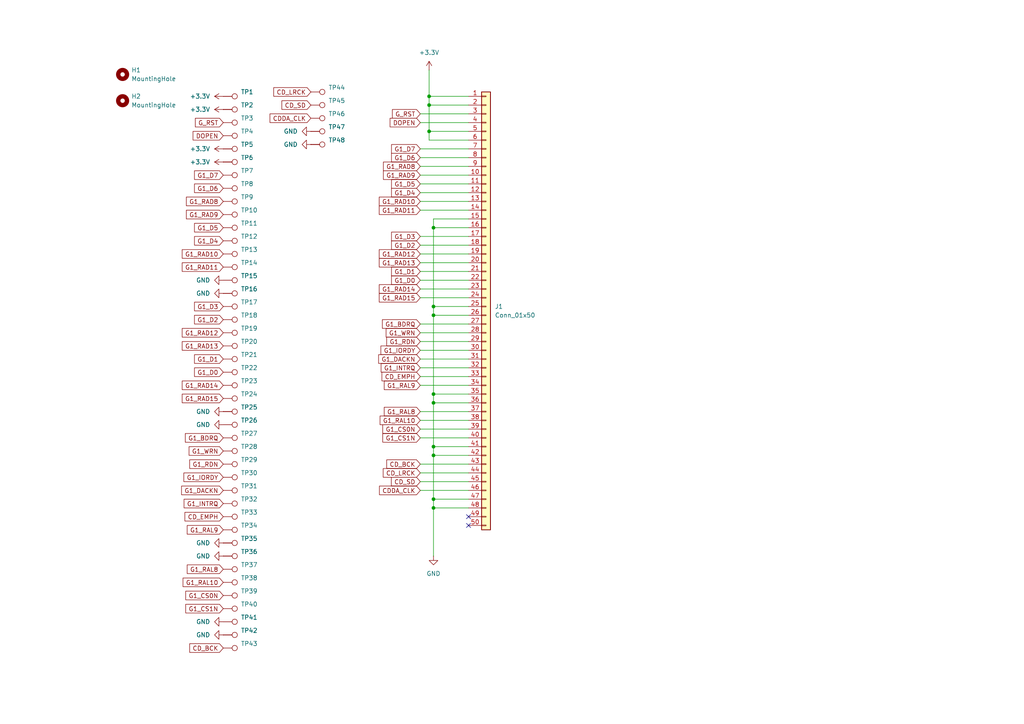
<source format=kicad_sch>
(kicad_sch (version 20231120) (generator "eeschema") (generator_version "8.0")
  (paper "A4")
  (lib_symbols
    (symbol "Connector:TestPoint" (pin_numbers hide) (pin_names (offset 0.762) hide)
      (property "Reference" "TP" (at 0 6.858 0))
      (property "Value" "TestPoint" (at 0 5.08 0))
      (symbol "TestPoint_0_1"
        (circle (center 0 3.302) (radius 0.762))
      )
      (symbol "TestPoint_1_1"
        (pin passive line (at 0 0 90) (length 2.54) (name "1") (number "1"))
      )
    )
    (symbol "Connector_Generic:Conn_01x50" (pin_names (offset 1.016) hide)
      (property "Reference" "J" (at 0 63.5 0))
      (property "Value" "Conn_01x50" (at 0 -66.04 0))
      (symbol "Conn_01x50_1_1"
        (rectangle (start -1.27 -63.373) (end 0 -63.627) (stroke (width 0.1524)))
        (rectangle (start -1.27 -60.833) (end 0 -61.087) (stroke (width 0.1524)))
        (rectangle (start -1.27 -58.293) (end 0 -58.547) (stroke (width 0.1524)))
        (rectangle (start -1.27 -55.753) (end 0 -56.007) (stroke (width 0.1524)))
        (rectangle (start -1.27 -53.213) (end 0 -53.467) (stroke (width 0.1524)))
        (rectangle (start -1.27 -50.673) (end 0 -50.927) (stroke (width 0.1524)))
        (rectangle (start -1.27 -48.133) (end 0 -48.387) (stroke (width 0.1524)))
        (rectangle (start -1.27 -45.593) (end 0 -45.847) (stroke (width 0.1524)))
        (rectangle (start -1.27 -43.053) (end 0 -43.307) (stroke (width 0.1524)))
        (rectangle (start -1.27 -40.513) (end 0 -40.767) (stroke (width 0.1524)))
        (rectangle (start -1.27 -37.973) (end 0 -38.227) (stroke (width 0.1524)))
        (rectangle (start -1.27 -35.433) (end 0 -35.687) (stroke (width 0.1524)))
        (rectangle (start -1.27 -32.893) (end 0 -33.147) (stroke (width 0.1524)))
        (rectangle (start -1.27 -30.353) (end 0 -30.607) (stroke (width 0.1524)))
        (rectangle (start -1.27 -27.813) (end 0 -28.067) (stroke (width 0.1524)))
        (rectangle (start -1.27 -25.273) (end 0 -25.527) (stroke (width 0.1524)))
        (rectangle (start -1.27 -22.733) (end 0 -22.987) (stroke (width 0.1524)))
        (rectangle (start -1.27 -20.193) (end 0 -20.447) (stroke (width 0.1524)))
        (rectangle (start -1.27 -17.653) (end 0 -17.907) (stroke (width 0.1524)))
        (rectangle (start -1.27 -15.113) (end 0 -15.367) (stroke (width 0.1524)))
        (rectangle (start -1.27 -12.573) (end 0 -12.827) (stroke (width 0.1524)))
        (rectangle (start -1.27 -10.033) (end 0 -10.287) (stroke (width 0.1524)))
        (rectangle (start -1.27 -7.493) (end 0 -7.747) (stroke (width 0.1524)))
        (rectangle (start -1.27 -4.953) (end 0 -5.207) (stroke (width 0.1524)))
        (rectangle (start -1.27 -2.413) (end 0 -2.667) (stroke (width 0.1524)))
        (rectangle (start -1.27 0.127) (end 0 -0.127) (stroke (width 0.1524)))
        (rectangle (start -1.27 2.667) (end 0 2.413) (stroke (width 0.1524)))
        (rectangle (start -1.27 5.207) (end 0 4.953) (stroke (width 0.1524)))
        (rectangle (start -1.27 7.747) (end 0 7.493) (stroke (width 0.1524)))
        (rectangle (start -1.27 10.287) (end 0 10.033) (stroke (width 0.1524)))
        (rectangle (start -1.27 12.827) (end 0 12.573) (stroke (width 0.1524)))
        (rectangle (start -1.27 15.367) (end 0 15.113) (stroke (width 0.1524)))
        (rectangle (start -1.27 17.907) (end 0 17.653) (stroke (width 0.1524)))
        (rectangle (start -1.27 20.447) (end 0 20.193) (stroke (width 0.1524)))
        (rectangle (start -1.27 22.987) (end 0 22.733) (stroke (width 0.1524)))
        (rectangle (start -1.27 25.527) (end 0 25.273) (stroke (width 0.1524)))
        (rectangle (start -1.27 28.067) (end 0 27.813) (stroke (width 0.1524)))
        (rectangle (start -1.27 30.607) (end 0 30.353) (stroke (width 0.1524)))
        (rectangle (start -1.27 33.147) (end 0 32.893) (stroke (width 0.1524)))
        (rectangle (start -1.27 35.687) (end 0 35.433) (stroke (width 0.1524)))
        (rectangle (start -1.27 38.227) (end 0 37.973) (stroke (width 0.1524)))
        (rectangle (start -1.27 40.767) (end 0 40.513) (stroke (width 0.1524)))
        (rectangle (start -1.27 43.307) (end 0 43.053) (stroke (width 0.1524)))
        (rectangle (start -1.27 45.847) (end 0 45.593) (stroke (width 0.1524)))
        (rectangle (start -1.27 48.387) (end 0 48.133) (stroke (width 0.1524)))
        (rectangle (start -1.27 50.927) (end 0 50.673) (stroke (width 0.1524)))
        (rectangle (start -1.27 53.467) (end 0 53.213) (stroke (width 0.1524)))
        (rectangle (start -1.27 56.007) (end 0 55.753) (stroke (width 0.1524)))
        (rectangle (start -1.27 58.547) (end 0 58.293) (stroke (width 0.1524)))
        (rectangle (start -1.27 61.087) (end 0 60.833) (stroke (width 0.1524)))
        (rectangle (start -1.27 62.23) (end 1.27 -64.77) (stroke (width 0.254)) (fill (type background)))
        (pin passive line (at -5.08 60.96 0) (length 3.81) (name "Pin_1") (number "1"))
        (pin passive line (at -5.08 38.1 0) (length 3.81) (name "Pin_10") (number "10"))
        (pin passive line (at -5.08 35.56 0) (length 3.81) (name "Pin_11") (number "11"))
        (pin passive line (at -5.08 33.02 0) (length 3.81) (name "Pin_12") (number "12"))
        (pin passive line (at -5.08 30.48 0) (length 3.81) (name "Pin_13") (number "13"))
        (pin passive line (at -5.08 27.94 0) (length 3.81) (name "Pin_14") (number "14"))
        (pin passive line (at -5.08 25.4 0) (length 3.81) (name "Pin_15") (number "15"))
        (pin passive line (at -5.08 22.86 0) (length 3.81) (name "Pin_16") (number "16"))
        (pin passive line (at -5.08 20.32 0) (length 3.81) (name "Pin_17") (number "17"))
        (pin passive line (at -5.08 17.78 0) (length 3.81) (name "Pin_18") (number "18"))
        (pin passive line (at -5.08 15.24 0) (length 3.81) (name "Pin_19") (number "19"))
        (pin passive line (at -5.08 58.42 0) (length 3.81) (name "Pin_2") (number "2"))
        (pin passive line (at -5.08 12.7 0) (length 3.81) (name "Pin_20") (number "20"))
        (pin passive line (at -5.08 10.16 0) (length 3.81) (name "Pin_21") (number "21"))
        (pin passive line (at -5.08 7.62 0) (length 3.81) (name "Pin_22") (number "22"))
        (pin passive line (at -5.08 5.08 0) (length 3.81) (name "Pin_23") (number "23"))
        (pin passive line (at -5.08 2.54 0) (length 3.81) (name "Pin_24") (number "24"))
        (pin passive line (at -5.08 0 0) (length 3.81) (name "Pin_25") (number "25"))
        (pin passive line (at -5.08 -2.54 0) (length 3.81) (name "Pin_26") (number "26"))
        (pin passive line (at -5.08 -5.08 0) (length 3.81) (name "Pin_27") (number "27"))
        (pin passive line (at -5.08 -7.62 0) (length 3.81) (name "Pin_28") (number "28"))
        (pin passive line (at -5.08 -10.16 0) (length 3.81) (name "Pin_29") (number "29"))
        (pin passive line (at -5.08 55.88 0) (length 3.81) (name "Pin_3") (number "3"))
        (pin passive line (at -5.08 -12.7 0) (length 3.81) (name "Pin_30") (number "30"))
        (pin passive line (at -5.08 -15.24 0) (length 3.81) (name "Pin_31") (number "31"))
        (pin passive line (at -5.08 -17.78 0) (length 3.81) (name "Pin_32") (number "32"))
        (pin passive line (at -5.08 -20.32 0) (length 3.81) (name "Pin_33") (number "33"))
        (pin passive line (at -5.08 -22.86 0) (length 3.81) (name "Pin_34") (number "34"))
        (pin passive line (at -5.08 -25.4 0) (length 3.81) (name "Pin_35") (number "35"))
        (pin passive line (at -5.08 -27.94 0) (length 3.81) (name "Pin_36") (number "36"))
        (pin passive line (at -5.08 -30.48 0) (length 3.81) (name "Pin_37") (number "37"))
        (pin passive line (at -5.08 -33.02 0) (length 3.81) (name "Pin_38") (number "38"))
        (pin passive line (at -5.08 -35.56 0) (length 3.81) (name "Pin_39") (number "39"))
        (pin passive line (at -5.08 53.34 0) (length 3.81) (name "Pin_4") (number "4"))
        (pin passive line (at -5.08 -38.1 0) (length 3.81) (name "Pin_40") (number "40"))
        (pin passive line (at -5.08 -40.64 0) (length 3.81) (name "Pin_41") (number "41"))
        (pin passive line (at -5.08 -43.18 0) (length 3.81) (name "Pin_42") (number "42"))
        (pin passive line (at -5.08 -45.72 0) (length 3.81) (name "Pin_43") (number "43"))
        (pin passive line (at -5.08 -48.26 0) (length 3.81) (name "Pin_44") (number "44"))
        (pin passive line (at -5.08 -50.8 0) (length 3.81) (name "Pin_45") (number "45"))
        (pin passive line (at -5.08 -53.34 0) (length 3.81) (name "Pin_46") (number "46"))
        (pin passive line (at -5.08 -55.88 0) (length 3.81) (name "Pin_47") (number "47"))
        (pin passive line (at -5.08 -58.42 0) (length 3.81) (name "Pin_48") (number "48"))
        (pin passive line (at -5.08 -60.96 0) (length 3.81) (name "Pin_49") (number "49"))
        (pin passive line (at -5.08 50.8 0) (length 3.81) (name "Pin_5") (number "5"))
        (pin passive line (at -5.08 -63.5 0) (length 3.81) (name "Pin_50") (number "50"))
        (pin passive line (at -5.08 48.26 0) (length 3.81) (name "Pin_6") (number "6"))
        (pin passive line (at -5.08 45.72 0) (length 3.81) (name "Pin_7") (number "7"))
        (pin passive line (at -5.08 43.18 0) (length 3.81) (name "Pin_8") (number "8"))
        (pin passive line (at -5.08 40.64 0) (length 3.81) (name "Pin_9") (number "9"))
      )
    )
    (symbol "Mechanical:MountingHole" (pin_names (offset 1.016)) (exclude_from_sim yes) (in_bom no)
      (property "Reference" "H" (at 0 5.08 0))
      (property "Value" "MountingHole" (at 0 3.175 0))
      (symbol "MountingHole_0_1"
        (circle (center 0 0) (radius 1.27) (stroke (width 1.27)))
      )
    )
    (symbol "power:+3.3V" (power) (pin_numbers hide) (pin_names (offset 0) hide)
      (property "Value" "+3.3V" (at 0 3.556 0))
      (symbol "+3.3V_0_1"
        (polyline (pts (xy -0.762 1.27) (xy 0 2.54)))
        (polyline (pts (xy 0 0) (xy 0 2.54)))
        (polyline (pts (xy 0 2.54) (xy 0.762 1.27)))
      )
      (symbol "+3.3V_1_1"
        (pin power_in line (at 0 0 90) (length 0) (name "~") (number "1"))
      )
    )
    (symbol "power:GND" (power) (pin_numbers hide) (pin_names (offset 0) hide)
      (property "Value" "GND" (at 0 -3.81 0))
      (symbol "GND_0_1"
        (polyline (pts (xy 0 0) (xy 0 -1.27) (xy 1.27 -1.27) (xy 0 -2.54) (xy -1.27 -1.27) (xy 0 -1.27)))
      )
      (symbol "GND_1_1"
        (pin power_in line (at 0 0 270) (length 0) (name "~") (number "1"))
      )
    )
  )
  (junction (at 125.73 116.84))
  (junction (at 124.46 38.1))
  (junction (at 124.46 30.48))
  (junction (at 125.73 147.32))
  (junction (at 124.46 27.94))
  (junction (at 125.73 88.9))
  (junction (at 125.73 132.08))
  (junction (at 125.73 114.3))
  (junction (at 125.73 91.44))
  (junction (at 125.73 144.78))
  (junction (at 125.73 66.04))
  (junction (at 125.73 129.54))
  (no_connect (at 135.89 149.86))
  (no_connect (at 135.89 152.4))
  (wire (pts (xy 121.92 101.6) (xy 135.89 101.6)))
  (wire (pts (xy 125.73 116.84) (xy 135.89 116.84)))
  (wire (pts (xy 121.92 99.06) (xy 135.89 99.06)))
  (wire (pts (xy 121.92 142.24) (xy 135.89 142.24)))
  (wire (pts (xy 121.92 33.02) (xy 135.89 33.02)))
  (wire (pts (xy 125.73 144.78) (xy 135.89 144.78)))
  (wire (pts (xy 135.89 40.64) (xy 124.46 40.64)))
  (wire (pts (xy 121.92 45.72) (xy 135.89 45.72)))
  (wire (pts (xy 135.89 27.94) (xy 124.46 27.94)))
  (wire (pts (xy 121.92 50.8) (xy 135.89 50.8)))
  (wire (pts (xy 121.92 86.36) (xy 135.89 86.36)))
  (wire (pts (xy 125.73 88.9) (xy 125.73 91.44)))
  (wire (pts (xy 125.73 144.78) (xy 125.73 147.32)))
  (wire (pts (xy 121.92 71.12) (xy 135.89 71.12)))
  (wire (pts (xy 121.92 106.68) (xy 135.89 106.68)))
  (wire (pts (xy 121.92 124.46) (xy 135.89 124.46)))
  (wire (pts (xy 121.92 81.28) (xy 135.89 81.28)))
  (wire (pts (xy 124.46 38.1) (xy 124.46 40.64)))
  (wire (pts (xy 125.73 66.04) (xy 125.73 88.9)))
  (wire (pts (xy 125.73 116.84) (xy 125.73 129.54)))
  (wire (pts (xy 121.92 96.52) (xy 135.89 96.52)))
  (wire (pts (xy 121.92 43.18) (xy 135.89 43.18)))
  (wire (pts (xy 121.92 58.42) (xy 135.89 58.42)))
  (wire (pts (xy 121.92 127) (xy 135.89 127)))
  (wire (pts (xy 121.92 73.66) (xy 135.89 73.66)))
  (wire (pts (xy 121.92 93.98) (xy 135.89 93.98)))
  (wire (pts (xy 125.73 129.54) (xy 125.73 132.08)))
  (wire (pts (xy 121.92 119.38) (xy 135.89 119.38)))
  (wire (pts (xy 125.73 132.08) (xy 125.73 144.78)))
  (wire (pts (xy 125.73 147.32) (xy 125.73 161.29)))
  (wire (pts (xy 125.73 114.3) (xy 135.89 114.3)))
  (wire (pts (xy 135.89 38.1) (xy 124.46 38.1)))
  (wire (pts (xy 125.73 132.08) (xy 135.89 132.08)))
  (wire (pts (xy 121.92 48.26) (xy 135.89 48.26)))
  (wire (pts (xy 135.89 63.5) (xy 125.73 63.5)))
  (wire (pts (xy 121.92 35.56) (xy 135.89 35.56)))
  (wire (pts (xy 135.89 30.48) (xy 124.46 30.48)))
  (wire (pts (xy 121.92 134.62) (xy 135.89 134.62)))
  (wire (pts (xy 121.92 76.2) (xy 135.89 76.2)))
  (wire (pts (xy 121.92 60.96) (xy 135.89 60.96)))
  (wire (pts (xy 121.92 68.58) (xy 135.89 68.58)))
  (wire (pts (xy 125.73 91.44) (xy 135.89 91.44)))
  (wire (pts (xy 121.92 53.34) (xy 135.89 53.34)))
  (wire (pts (xy 121.92 139.7) (xy 135.89 139.7)))
  (wire (pts (xy 121.92 109.22) (xy 135.89 109.22)))
  (wire (pts (xy 125.73 91.44) (xy 125.73 114.3)))
  (wire (pts (xy 121.92 78.74) (xy 135.89 78.74)))
  (wire (pts (xy 121.92 111.76) (xy 135.89 111.76)))
  (wire (pts (xy 124.46 27.94) (xy 124.46 30.48)))
  (wire (pts (xy 125.73 66.04) (xy 135.89 66.04)))
  (wire (pts (xy 121.92 83.82) (xy 135.89 83.82)))
  (wire (pts (xy 121.92 55.88) (xy 135.89 55.88)))
  (wire (pts (xy 125.73 88.9) (xy 135.89 88.9)))
  (wire (pts (xy 121.92 104.14) (xy 135.89 104.14)))
  (wire (pts (xy 125.73 63.5) (xy 125.73 66.04)))
  (wire (pts (xy 125.73 114.3) (xy 125.73 116.84)))
  (wire (pts (xy 121.92 121.92) (xy 135.89 121.92)))
  (wire (pts (xy 125.73 129.54) (xy 135.89 129.54)))
  (wire (pts (xy 124.46 30.48) (xy 124.46 38.1)))
  (wire (pts (xy 125.73 147.32) (xy 135.89 147.32)))
  (wire (pts (xy 124.46 20.32) (xy 124.46 27.94)))
  (wire (pts (xy 121.92 137.16) (xy 135.89 137.16)))
  (global_label "CD_SD" (shape input) (at 90.17 30.48 180) (property "Intersheetrefs" "${INTERSHEET_REFS}" (effects (hide yes))))
  (global_label "G1_D0" (shape input) (at 64.77 107.95 180) (property "Intersheetrefs" "${INTERSHEET_REFS}" (effects (hide yes))))
  (global_label "G1_INTRQ" (shape input) (at 64.77 146.05 180) (property "Intersheetrefs" "${INTERSHEET_REFS}" (effects (hide yes))))
  (global_label "G1_IORDY" (shape input) (at 64.77 138.43 180) (property "Intersheetrefs" "${INTERSHEET_REFS}" (effects (hide yes))))
  (global_label "G1_D2" (shape input) (at 121.92 71.12 180) (property "Intersheetrefs" "${INTERSHEET_REFS}" (effects (hide yes))))
  (global_label "G1_RAD10" (shape input) (at 121.92 58.42 180) (property "Intersheetrefs" "${INTERSHEET_REFS}" (effects (hide yes))))
  (global_label "G1_RAD10" (shape input) (at 64.77 73.66 180) (property "Intersheetrefs" "${INTERSHEET_REFS}" (effects (hide yes))))
  (global_label "G1_RAL8" (shape input) (at 64.77 165.1 180) (property "Intersheetrefs" "${INTERSHEET_REFS}" (effects (hide yes))))
  (global_label "CD_EMPH" (shape input) (at 121.92 109.22 180) (property "Intersheetrefs" "${INTERSHEET_REFS}" (effects (hide yes))))
  (global_label "CDDA_CLK" (shape input) (at 90.17 34.29 180) (property "Intersheetrefs" "${INTERSHEET_REFS}" (effects (hide yes))))
  (global_label "CD_LRCK" (shape input) (at 90.17 26.67 180) (property "Intersheetrefs" "${INTERSHEET_REFS}" (effects (hide yes))))
  (global_label "G1_RAD13" (shape input) (at 64.77 100.33 180) (property "Intersheetrefs" "${INTERSHEET_REFS}" (effects (hide yes))))
  (global_label "G1_RAD9" (shape input) (at 121.92 50.8 180) (property "Intersheetrefs" "${INTERSHEET_REFS}" (effects (hide yes))))
  (global_label "G1_RAD12" (shape input) (at 64.77 96.52 180) (property "Intersheetrefs" "${INTERSHEET_REFS}" (effects (hide yes))))
  (global_label "G1_RAD11" (shape input) (at 64.77 77.47 180) (property "Intersheetrefs" "${INTERSHEET_REFS}" (effects (hide yes))))
  (global_label "G1_WRN" (shape input) (at 64.77 130.81 180) (property "Intersheetrefs" "${INTERSHEET_REFS}" (effects (hide yes))))
  (global_label "G1_RAL8" (shape input) (at 121.92 119.38 180) (property "Intersheetrefs" "${INTERSHEET_REFS}" (effects (hide yes))))
  (global_label "G_RST" (shape input) (at 64.77 35.56 180) (property "Intersheetrefs" "${INTERSHEET_REFS}" (effects (hide yes))))
  (global_label "G1_D3" (shape input) (at 121.92 68.58 180) (property "Intersheetrefs" "${INTERSHEET_REFS}" (effects (hide yes))))
  (global_label "CD_BCK" (shape input) (at 121.92 134.62 180) (property "Intersheetrefs" "${INTERSHEET_REFS}" (effects (hide yes))))
  (global_label "G1_RAL10" (shape input) (at 121.92 121.92 180) (property "Intersheetrefs" "${INTERSHEET_REFS}" (effects (hide yes))))
  (global_label "G1_D4" (shape input) (at 64.77 69.85 180) (property "Intersheetrefs" "${INTERSHEET_REFS}" (effects (hide yes))))
  (global_label "G1_RDN" (shape input) (at 64.77 134.62 180) (property "Intersheetrefs" "${INTERSHEET_REFS}" (effects (hide yes))))
  (global_label "G1_RAD12" (shape input) (at 121.92 73.66 180) (property "Intersheetrefs" "${INTERSHEET_REFS}" (effects (hide yes))))
  (global_label "G1_RAL10" (shape input) (at 64.77 168.91 180) (property "Intersheetrefs" "${INTERSHEET_REFS}" (effects (hide yes))))
  (global_label "G1_RAD8" (shape input) (at 64.77 58.42 180) (property "Intersheetrefs" "${INTERSHEET_REFS}" (effects (hide yes))))
  (global_label "G1_D1" (shape input) (at 64.77 104.14 180) (property "Intersheetrefs" "${INTERSHEET_REFS}" (effects (hide yes))))
  (global_label "G1_INTRQ" (shape input) (at 121.92 106.68 180) (property "Intersheetrefs" "${INTERSHEET_REFS}" (effects (hide yes))))
  (global_label "G1_CS0N" (shape input) (at 121.92 124.46 180) (property "Intersheetrefs" "${INTERSHEET_REFS}" (effects (hide yes))))
  (global_label "G1_WRN" (shape input) (at 121.92 96.52 180) (property "Intersheetrefs" "${INTERSHEET_REFS}" (effects (hide yes))))
  (global_label "G1_D6" (shape input) (at 121.92 45.72 180) (property "Intersheetrefs" "${INTERSHEET_REFS}" (effects (hide yes))))
  (global_label "G1_D1" (shape input) (at 121.92 78.74 180) (property "Intersheetrefs" "${INTERSHEET_REFS}" (effects (hide yes))))
  (global_label "G1_RAD14" (shape input) (at 121.92 83.82 180) (property "Intersheetrefs" "${INTERSHEET_REFS}" (effects (hide yes))))
  (global_label "G1_BDRQ" (shape input) (at 121.92 93.98 180) (property "Intersheetrefs" "${INTERSHEET_REFS}" (effects (hide yes))))
  (global_label "DOPEN" (shape input) (at 121.92 35.56 180) (property "Intersheetrefs" "${INTERSHEET_REFS}" (effects (hide yes))))
  (global_label "G1_D3" (shape input) (at 64.77 88.9 180) (property "Intersheetrefs" "${INTERSHEET_REFS}" (effects (hide yes))))
  (global_label "G1_D7" (shape input) (at 64.77 50.8 180) (property "Intersheetrefs" "${INTERSHEET_REFS}" (effects (hide yes))))
  (global_label "G1_CS1N" (shape input) (at 121.92 127 180) (property "Intersheetrefs" "${INTERSHEET_REFS}" (effects (hide yes))))
  (global_label "G1_RAD11" (shape input) (at 121.92 60.96 180) (property "Intersheetrefs" "${INTERSHEET_REFS}" (effects (hide yes))))
  (global_label "G1_DACKN" (shape input) (at 64.77 142.24 180) (property "Intersheetrefs" "${INTERSHEET_REFS}" (effects (hide yes))))
  (global_label "G1_RAD15" (shape input) (at 64.77 115.57 180) (property "Intersheetrefs" "${INTERSHEET_REFS}" (effects (hide yes))))
  (global_label "G1_D5" (shape input) (at 64.77 66.04 180) (property "Intersheetrefs" "${INTERSHEET_REFS}" (effects (hide yes))))
  (global_label "G1_D0" (shape input) (at 121.92 81.28 180) (property "Intersheetrefs" "${INTERSHEET_REFS}" (effects (hide yes))))
  (global_label "G1_RDN" (shape input) (at 121.92 99.06 180) (property "Intersheetrefs" "${INTERSHEET_REFS}" (effects (hide yes))))
  (global_label "G1_D5" (shape input) (at 121.92 53.34 180) (property "Intersheetrefs" "${INTERSHEET_REFS}" (effects (hide yes))))
  (global_label "G1_D4" (shape input) (at 121.92 55.88 180) (property "Intersheetrefs" "${INTERSHEET_REFS}" (effects (hide yes))))
  (global_label "G1_CS0N" (shape input) (at 64.77 172.72 180) (property "Intersheetrefs" "${INTERSHEET_REFS}" (effects (hide yes))))
  (global_label "G1_RAD9" (shape input) (at 64.77 62.23 180) (property "Intersheetrefs" "${INTERSHEET_REFS}" (effects (hide yes))))
  (global_label "G_RST" (shape input) (at 121.92 33.02 180) (property "Intersheetrefs" "${INTERSHEET_REFS}" (effects (hide yes))))
  (global_label "G1_CS1N" (shape input) (at 64.77 176.53 180) (property "Intersheetrefs" "${INTERSHEET_REFS}" (effects (hide yes))))
  (global_label "DOPEN" (shape input) (at 64.77 39.37 180) (property "Intersheetrefs" "${INTERSHEET_REFS}" (effects (hide yes))))
  (global_label "G1_RAD15" (shape input) (at 121.92 86.36 180) (property "Intersheetrefs" "${INTERSHEET_REFS}" (effects (hide yes))))
  (global_label "G1_DACKN" (shape input) (at 121.92 104.14 180) (property "Intersheetrefs" "${INTERSHEET_REFS}" (effects (hide yes))))
  (global_label "CD_BCK" (shape input) (at 64.77 187.96 180) (property "Intersheetrefs" "${INTERSHEET_REFS}" (effects (hide yes))))
  (global_label "G1_RAD13" (shape input) (at 121.92 76.2 180) (property "Intersheetrefs" "${INTERSHEET_REFS}" (effects (hide yes))))
  (global_label "CD_SD" (shape input) (at 121.92 139.7 180) (property "Intersheetrefs" "${INTERSHEET_REFS}" (effects (hide yes))))
  (global_label "G1_D7" (shape input) (at 121.92 43.18 180) (property "Intersheetrefs" "${INTERSHEET_REFS}" (effects (hide yes))))
  (global_label "G1_RAD8" (shape input) (at 121.92 48.26 180) (property "Intersheetrefs" "${INTERSHEET_REFS}" (effects (hide yes))))
  (global_label "G1_RAD14" (shape input) (at 64.77 111.76 180) (property "Intersheetrefs" "${INTERSHEET_REFS}" (effects (hide yes))))
  (global_label "G1_IORDY" (shape input) (at 121.92 101.6 180) (property "Intersheetrefs" "${INTERSHEET_REFS}" (effects (hide yes))))
  (global_label "CD_LRCK" (shape input) (at 121.92 137.16 180) (property "Intersheetrefs" "${INTERSHEET_REFS}" (effects (hide yes))))
  (global_label "G1_D6" (shape input) (at 64.77 54.61 180) (property "Intersheetrefs" "${INTERSHEET_REFS}" (effects (hide yes))))
  (global_label "G1_RAL9" (shape input) (at 64.77 153.67 180) (property "Intersheetrefs" "${INTERSHEET_REFS}" (effects (hide yes))))
  (global_label "CD_EMPH" (shape input) (at 64.77 149.86 180) (property "Intersheetrefs" "${INTERSHEET_REFS}" (effects (hide yes))))
  (global_label "G1_BDRQ" (shape input) (at 64.77 127 180) (property "Intersheetrefs" "${INTERSHEET_REFS}" (effects (hide yes))))
  (global_label "G1_D2" (shape input) (at 64.77 92.71 180) (property "Intersheetrefs" "${INTERSHEET_REFS}" (effects (hide yes))))
  (global_label "G1_RAL9" (shape input) (at 121.92 111.76 180) (property "Intersheetrefs" "${INTERSHEET_REFS}" (effects (hide yes))))
  (global_label "CDDA_CLK" (shape input) (at 121.92 142.24 180) (property "Intersheetrefs" "${INTERSHEET_REFS}" (effects (hide yes))))
  (symbol (lib_id "power:GND") (at 64.77 81.28 270) (unit 1)
    (property "Reference" "#PWR07" (effects (hide yes)))
    (property "Value" "GND" (at 60.96 81.2799 90) (effects (justify right)))
    (property "Description" "Power symbol creates a global label with name \"GND\" , ground" (effects (hide yes)))
  )
  (symbol (lib_id "Connector:TestPoint") (at 64.77 153.67 270) (unit 1)
    (property "Reference" "TP34" (at 69.85 152.3999 90) (effects (justify left)))
    (property "Value" "TestPoint" (effects (hide yes)))
    (property "Footprint" "Library:TP_DC_G1_ATA_PAD" (effects (hide yes)))
    (property "Description" "test point" (effects (hide yes)))
  )
  (symbol (lib_id "Connector_Generic:Conn_01x50") (at 140.97 88.9 0) (unit 1)
    (property "Reference" "J1" (at 143.51 88.8999 0) (effects (justify left)))
    (property "Value" "Conn_01x50" (at 143.51 91.4399 0) (effects (justify left)))
    (property "Footprint" "Connector_FFC-FPC:Molex_54132-5033_1x50-1MP_P0.5mm_Horizontal" (effects (hide yes)))
    (property "Description" "\"Generic connector, single row, 01x50, script generated\"" (effects (hide yes)))
  )
  (symbol (lib_id "Connector:TestPoint") (at 64.77 46.99 270) (unit 1)
    (property "Reference" "TP6" (at 69.85 45.7199 90) (effects (justify left)))
    (property "Value" "TestPoint" (effects (hide yes)))
    (property "Footprint" "Library:TP_DC_G1_ATA_PAD" (effects (hide yes)))
    (property "Description" "test point" (effects (hide yes)))
  )
  (symbol (lib_id "Connector:TestPoint") (at 64.77 187.96 270) (unit 1)
    (property "Reference" "TP43" (at 69.85 186.6899 90) (effects (justify left)))
    (property "Value" "TestPoint" (effects (hide yes)))
    (property "Footprint" "Library:TP_DC_G1_ATA_PAD" (effects (hide yes)))
    (property "Description" "test point" (effects (hide yes)))
  )
  (symbol (lib_id "power:+3.3V") (at 124.46 20.32 0) (unit 1)
    (property "Reference" "#PWR01" (effects (hide yes)))
    (property "Value" "+3.3V" (at 124.46 15.24 0))
    (property "Description" "Power symbol creates a global label with name \"+3.3V\"" (effects (hide yes)))
  )
  (symbol (lib_id "power:GND") (at 64.77 85.09 270) (unit 1)
    (property "Reference" "#PWR08" (effects (hide yes)))
    (property "Value" "GND" (at 60.96 85.0899 90) (effects (justify right)))
    (property "Description" "Power symbol creates a global label with name \"GND\" , ground" (effects (hide yes)))
  )
  (symbol (lib_id "Connector:TestPoint") (at 64.77 111.76 270) (unit 1)
    (property "Reference" "TP23" (at 69.85 110.4899 90) (effects (justify left)))
    (property "Value" "TestPoint" (effects (hide yes)))
    (property "Footprint" "Library:TP_DC_G1_ATA_PAD" (effects (hide yes)))
    (property "Description" "test point" (effects (hide yes)))
  )
  (symbol (lib_id "Connector:TestPoint") (at 64.77 43.18 270) (unit 1)
    (property "Reference" "TP5" (at 69.85 41.9099 90) (effects (justify left)))
    (property "Value" "TestPoint" (effects (hide yes)))
    (property "Footprint" "Library:TP_DC_G1_ATA_PAD" (effects (hide yes)))
    (property "Description" "test point" (effects (hide yes)))
  )
  (symbol (lib_id "power:GND") (at 90.17 41.91 270) (unit 1)
    (property "Reference" "#PWR016" (effects (hide yes)))
    (property "Value" "GND" (at 86.36 41.9099 90) (effects (justify right)))
    (property "Description" "Power symbol creates a global label with name \"GND\" , ground" (effects (hide yes)))
  )
  (symbol (lib_id "Connector:TestPoint") (at 64.77 62.23 270) (unit 1)
    (property "Reference" "TP10" (at 69.85 60.9599 90) (effects (justify left)))
    (property "Value" "TestPoint" (effects (hide yes)))
    (property "Footprint" "Library:TP_DC_G1_ATA_PAD" (effects (hide yes)))
    (property "Description" "test point" (effects (hide yes)))
  )
  (symbol (lib_id "Connector:TestPoint") (at 64.77 88.9 270) (unit 1)
    (property "Reference" "TP17" (at 69.85 87.6299 90) (effects (justify left)))
    (property "Value" "TestPoint" (effects (hide yes)))
    (property "Footprint" "Library:TP_DC_G1_ATA_PAD" (effects (hide yes)))
    (property "Description" "test point" (effects (hide yes)))
  )
  (symbol (lib_id "Connector:TestPoint") (at 64.77 146.05 270) (unit 1)
    (property "Reference" "TP32" (at 69.85 144.7799 90) (effects (justify left)))
    (property "Value" "TestPoint" (effects (hide yes)))
    (property "Footprint" "Library:TP_DC_G1_ATA_PAD" (effects (hide yes)))
    (property "Description" "test point" (effects (hide yes)))
  )
  (symbol (lib_id "power:GND") (at 90.17 38.1 270) (unit 1)
    (property "Reference" "#PWR015" (effects (hide yes)))
    (property "Value" "GND" (at 86.36 38.0999 90) (effects (justify right)))
    (property "Description" "Power symbol creates a global label with name \"GND\" , ground" (effects (hide yes)))
  )
  (symbol (lib_id "Connector:TestPoint") (at 64.77 165.1 270) (unit 1)
    (property "Reference" "TP37" (at 69.85 163.8299 90) (effects (justify left)))
    (property "Value" "TestPoint" (effects (hide yes)))
    (property "Footprint" "Library:TP_DC_G1_ATA_PAD" (effects (hide yes)))
    (property "Description" "test point" (effects (hide yes)))
  )
  (symbol (lib_id "Connector:TestPoint") (at 64.77 172.72 270) (unit 1)
    (property "Reference" "TP39" (at 69.85 171.4499 90) (effects (justify left)))
    (property "Value" "TestPoint" (effects (hide yes)))
    (property "Footprint" "Library:TP_DC_G1_ATA_PAD" (effects (hide yes)))
    (property "Description" "test point" (effects (hide yes)))
  )
  (symbol (lib_id "Connector:TestPoint") (at 64.77 123.19 270) (unit 1)
    (property "Reference" "TP26" (at 69.85 121.9199 90) (effects (justify left)))
    (property "Value" "TestPoint" (effects (hide yes)))
    (property "Footprint" "Library:TP_DC_G1_ATA_PAD" (effects (hide yes)))
    (property "Description" "test point" (effects (hide yes)))
  )
  (symbol (lib_id "Connector:TestPoint") (at 64.77 127 270) (unit 1)
    (property "Reference" "TP27" (at 69.85 125.7299 90) (effects (justify left)))
    (property "Value" "TestPoint" (effects (hide yes)))
    (property "Footprint" "Library:TP_DC_G1_ATA_PAD" (effects (hide yes)))
    (property "Description" "test point" (effects (hide yes)))
  )
  (symbol (lib_id "Connector:TestPoint") (at 90.17 30.48 270) (unit 1)
    (property "Reference" "TP45" (at 95.25 29.2099 90) (effects (justify left)))
    (property "Value" "TestPoint" (effects (hide yes)))
    (property "Footprint" "Library:TP_DC_G1_ATA_PAD" (effects (hide yes)))
    (property "Description" "test point" (effects (hide yes)))
  )
  (symbol (lib_id "power:GND") (at 125.73 161.29 0) (unit 1)
    (property "Reference" "#PWR02" (effects (hide yes)))
    (property "Value" "GND" (at 125.73 166.37 0))
    (property "Description" "Power symbol creates a global label with name \"GND\" , ground" (effects (hide yes)))
  )
  (symbol (lib_id "Mechanical:MountingHole") (at 35.56 29.21 0) (unit 1) (exclude_from_sim yes) (in_bom no)
    (property "Reference" "H2" (at 38.1 27.9399 0) (effects (justify left)))
    (property "Value" "MountingHole" (at 38.1 30.4799 0) (effects (justify left)))
    (property "Footprint" "MountingHole:MountingHole_2.7mm_M2.5_DIN965_Pad" (effects (hide yes)))
    (property "Description" "Mounting Hole without connection" (effects (hide yes)))
  )
  (symbol (lib_id "power:+3.3V") (at 64.77 31.75 90) (unit 1)
    (property "Reference" "#PWR04" (effects (hide yes)))
    (property "Value" "+3.3V" (at 60.96 31.7499 90) (effects (justify left)))
    (property "Description" "Power symbol creates a global label with name \"+3.3V\"" (effects (hide yes)))
  )
  (symbol (lib_id "Connector:TestPoint") (at 64.77 157.48 270) (unit 1)
    (property "Reference" "TP35" (at 69.85 156.2099 90) (effects (justify left)))
    (property "Value" "TestPoint" (effects (hide yes)))
    (property "Footprint" "Library:TP_DC_G1_ATA_PAD" (effects (hide yes)))
    (property "Description" "test point" (effects (hide yes)))
  )
  (symbol (lib_id "Connector:TestPoint") (at 64.77 168.91 270) (unit 1)
    (property "Reference" "TP38" (at 69.85 167.6399 90) (effects (justify left)))
    (property "Value" "TestPoint" (effects (hide yes)))
    (property "Footprint" "Library:TP_DC_G1_ATA_PAD" (effects (hide yes)))
    (property "Description" "test point" (effects (hide yes)))
  )
  (symbol (lib_id "Connector:TestPoint") (at 64.77 85.09 270) (unit 1)
    (property "Reference" "TP16" (at 69.85 83.8199 90) (effects (justify left)))
    (property "Value" "TestPoint" (effects (hide yes)))
    (property "Footprint" "Library:TP_DC_G1_ATA_PAD" (effects (hide yes)))
    (property "Description" "test point" (effects (hide yes)))
  )
  (symbol (lib_id "Connector:TestPoint") (at 90.17 41.91 270) (unit 1)
    (property "Reference" "TP48" (at 95.25 40.6399 90) (effects (justify left)))
    (property "Value" "TestPoint" (effects (hide yes)))
    (property "Footprint" "Library:TP_DC_G1_ATA_PAD" (effects (hide yes)))
    (property "Description" "test point" (effects (hide yes)))
  )
  (symbol (lib_id "Connector:TestPoint") (at 64.77 73.66 270) (unit 1)
    (property "Reference" "TP13" (at 69.85 72.3899 90) (effects (justify left)))
    (property "Value" "TestPoint" (effects (hide yes)))
    (property "Footprint" "Library:TP_DC_G1_ATA_PAD" (effects (hide yes)))
    (property "Description" "test point" (effects (hide yes)))
  )
  (symbol (lib_id "Connector:TestPoint") (at 64.77 31.75 270) (unit 1)
    (property "Reference" "TP2" (at 69.85 30.4799 90) (effects (justify left)))
    (property "Value" "TestPoint" (effects (hide yes)))
    (property "Footprint" "Library:TP_DC_G1_ATA_PAD" (effects (hide yes)))
    (property "Description" "test point" (effects (hide yes)))
  )
  (symbol (lib_id "Connector:TestPoint") (at 64.77 66.04 270) (unit 1)
    (property "Reference" "TP11" (at 69.85 64.7699 90) (effects (justify left)))
    (property "Value" "TestPoint" (effects (hide yes)))
    (property "Footprint" "Library:TP_DC_G1_ATA_PAD" (effects (hide yes)))
    (property "Description" "test point" (effects (hide yes)))
  )
  (symbol (lib_id "power:GND") (at 64.77 119.38 270) (unit 1)
    (property "Reference" "#PWR09" (effects (hide yes)))
    (property "Value" "GND" (at 60.96 119.3799 90) (effects (justify right)))
    (property "Description" "Power symbol creates a global label with name \"GND\" , ground" (effects (hide yes)))
  )
  (symbol (lib_id "power:+3.3V") (at 64.77 27.94 90) (unit 1)
    (property "Reference" "#PWR03" (effects (hide yes)))
    (property "Value" "+3.3V" (at 60.96 27.9399 90) (effects (justify left)))
    (property "Description" "Power symbol creates a global label with name \"+3.3V\"" (effects (hide yes)))
  )
  (symbol (lib_id "power:GND") (at 64.77 123.19 270) (unit 1)
    (property "Reference" "#PWR010" (effects (hide yes)))
    (property "Value" "GND" (at 60.96 123.1899 90) (effects (justify right)))
    (property "Description" "Power symbol creates a global label with name \"GND\" , ground" (effects (hide yes)))
  )
  (symbol (lib_id "Connector:TestPoint") (at 64.77 107.95 270) (unit 1)
    (property "Reference" "TP22" (at 69.85 106.6799 90) (effects (justify left)))
    (property "Value" "TestPoint" (effects (hide yes)))
    (property "Footprint" "Library:TP_DC_G1_ATA_PAD" (effects (hide yes)))
    (property "Description" "test point" (effects (hide yes)))
  )
  (symbol (lib_id "Connector:TestPoint") (at 64.77 27.94 270) (unit 1)
    (property "Reference" "TP1" (at 69.85 26.6699 90) (effects (justify left)))
    (property "Value" "TestPoint" (effects (hide yes)))
    (property "Footprint" "Library:TP_DC_G1_ATA_PAD" (effects (hide yes)))
    (property "Description" "test point" (effects (hide yes)))
  )
  (symbol (lib_id "Connector:TestPoint") (at 64.77 100.33 270) (unit 1)
    (property "Reference" "TP20" (at 69.85 99.0599 90) (effects (justify left)))
    (property "Value" "TestPoint" (effects (hide yes)))
    (property "Footprint" "Library:TP_DC_G1_ATA_PAD" (effects (hide yes)))
    (property "Description" "test point" (effects (hide yes)))
  )
  (symbol (lib_id "Connector:TestPoint") (at 64.77 134.62 270) (unit 1)
    (property "Reference" "TP29" (at 69.85 133.3499 90) (effects (justify left)))
    (property "Value" "TestPoint" (effects (hide yes)))
    (property "Footprint" "Library:TP_DC_G1_ATA_PAD" (effects (hide yes)))
    (property "Description" "test point" (effects (hide yes)))
  )
  (symbol (lib_id "power:+3.3V") (at 64.77 46.99 90) (unit 1)
    (property "Reference" "#PWR06" (effects (hide yes)))
    (property "Value" "+3.3V" (at 60.96 46.9899 90) (effects (justify left)))
    (property "Description" "Power symbol creates a global label with name \"+3.3V\"" (effects (hide yes)))
  )
  (symbol (lib_id "Connector:TestPoint") (at 64.77 69.85 270) (unit 1)
    (property "Reference" "TP12" (at 69.85 68.5799 90) (effects (justify left)))
    (property "Value" "TestPoint" (effects (hide yes)))
    (property "Footprint" "Library:TP_DC_G1_ATA_PAD" (effects (hide yes)))
    (property "Description" "test point" (effects (hide yes)))
  )
  (symbol (lib_id "Connector:TestPoint") (at 64.77 115.57 270) (unit 1)
    (property "Reference" "TP24" (at 69.85 114.2999 90) (effects (justify left)))
    (property "Value" "TestPoint" (effects (hide yes)))
    (property "Footprint" "Library:TP_DC_G1_ATA_PAD" (effects (hide yes)))
    (property "Description" "test point" (effects (hide yes)))
  )
  (symbol (lib_id "Connector:TestPoint") (at 64.77 130.81 270) (unit 1)
    (property "Reference" "TP28" (at 69.85 129.5399 90) (effects (justify left)))
    (property "Value" "TestPoint" (effects (hide yes)))
    (property "Footprint" "Library:TP_DC_G1_ATA_PAD" (effects (hide yes)))
    (property "Description" "test point" (effects (hide yes)))
  )
  (symbol (lib_id "Connector:TestPoint") (at 64.77 176.53 270) (unit 1)
    (property "Reference" "TP40" (at 69.85 175.2599 90) (effects (justify left)))
    (property "Value" "TestPoint" (effects (hide yes)))
    (property "Footprint" "Library:TP_DC_G1_ATA_PAD" (effects (hide yes)))
    (property "Description" "test point" (effects (hide yes)))
  )
  (symbol (lib_id "Mechanical:MountingHole") (at 35.56 21.59 0) (unit 1) (exclude_from_sim yes) (in_bom no)
    (property "Reference" "H1" (at 38.1 20.3199 0) (effects (justify left)))
    (property "Value" "MountingHole" (at 38.1 22.8599 0) (effects (justify left)))
    (property "Footprint" "MountingHole:MountingHole_2.7mm_M2.5_DIN965_Pad" (effects (hide yes)))
    (property "Description" "Mounting Hole without connection" (effects (hide yes)))
  )
  (symbol (lib_id "Connector:TestPoint") (at 64.77 35.56 270) (unit 1)
    (property "Reference" "TP3" (at 69.85 34.2899 90) (effects (justify left)))
    (property "Value" "TestPoint" (effects (hide yes)))
    (property "Footprint" "Library:TP_DC_G1_ATA_PAD" (effects (hide yes)))
    (property "Description" "test point" (effects (hide yes)))
  )
  (symbol (lib_id "power:GND") (at 64.77 157.48 270) (unit 1)
    (property "Reference" "#PWR011" (effects (hide yes)))
    (property "Value" "GND" (at 60.96 157.4799 90) (effects (justify right)))
    (property "Description" "Power symbol creates a global label with name \"GND\" , ground" (effects (hide yes)))
  )
  (symbol (lib_id "Connector:TestPoint") (at 64.77 104.14 270) (unit 1)
    (property "Reference" "TP21" (at 69.85 102.8699 90) (effects (justify left)))
    (property "Value" "TestPoint" (effects (hide yes)))
    (property "Footprint" "Library:TP_DC_G1_ATA_PAD" (effects (hide yes)))
    (property "Description" "test point" (effects (hide yes)))
  )
  (symbol (lib_id "Connector:TestPoint") (at 64.77 96.52 270) (unit 1)
    (property "Reference" "TP19" (at 69.85 95.2499 90) (effects (justify left)))
    (property "Value" "TestPoint" (effects (hide yes)))
    (property "Footprint" "Library:TP_DC_G1_ATA_PAD" (effects (hide yes)))
    (property "Description" "test point" (effects (hide yes)))
  )
  (symbol (lib_id "Connector:TestPoint") (at 64.77 58.42 270) (unit 1)
    (property "Reference" "TP9" (at 69.85 57.1499 90) (effects (justify left)))
    (property "Value" "TestPoint" (effects (hide yes)))
    (property "Footprint" "Library:TP_DC_G1_ATA_PAD" (effects (hide yes)))
    (property "Description" "test point" (effects (hide yes)))
  )
  (symbol (lib_id "Connector:TestPoint") (at 64.77 92.71 270) (unit 1)
    (property "Reference" "TP18" (at 69.85 91.4399 90) (effects (justify left)))
    (property "Value" "TestPoint" (effects (hide yes)))
    (property "Footprint" "Library:TP_DC_G1_ATA_PAD" (effects (hide yes)))
    (property "Description" "test point" (effects (hide yes)))
  )
  (symbol (lib_id "Connector:TestPoint") (at 64.77 54.61 270) (unit 1)
    (property "Reference" "TP8" (at 69.85 53.3399 90) (effects (justify left)))
    (property "Value" "TestPoint" (effects (hide yes)))
    (property "Footprint" "Library:TP_DC_G1_ATA_PAD" (effects (hide yes)))
    (property "Description" "test point" (effects (hide yes)))
  )
  (symbol (lib_id "Connector:TestPoint") (at 64.77 149.86 270) (unit 1)
    (property "Reference" "TP33" (at 69.85 148.5899 90) (effects (justify left)))
    (property "Value" "TestPoint" (effects (hide yes)))
    (property "Footprint" "Library:TP_DC_G1_ATA_PAD" (effects (hide yes)))
    (property "Description" "test point" (effects (hide yes)))
  )
  (symbol (lib_id "Connector:TestPoint") (at 64.77 50.8 270) (unit 1)
    (property "Reference" "TP7" (at 69.85 49.5299 90) (effects (justify left)))
    (property "Value" "TestPoint" (effects (hide yes)))
    (property "Footprint" "Library:TP_DC_G1_ATA_PAD" (effects (hide yes)))
    (property "Description" "test point" (effects (hide yes)))
  )
  (symbol (lib_id "power:GND") (at 64.77 184.15 270) (unit 1)
    (property "Reference" "#PWR014" (effects (hide yes)))
    (property "Value" "GND" (at 60.96 184.1499 90) (effects (justify right)))
    (property "Description" "Power symbol creates a global label with name \"GND\" , ground" (effects (hide yes)))
  )
  (symbol (lib_id "Connector:TestPoint") (at 64.77 161.29 270) (unit 1)
    (property "Reference" "TP36" (at 69.85 160.0199 90) (effects (justify left)))
    (property "Value" "TestPoint" (effects (hide yes)))
    (property "Footprint" "Library:TP_DC_G1_ATA_PAD" (effects (hide yes)))
    (property "Description" "test point" (effects (hide yes)))
  )
  (symbol (lib_id "Connector:TestPoint") (at 64.77 142.24 270) (unit 1)
    (property "Reference" "TP31" (at 69.85 140.9699 90) (effects (justify left)))
    (property "Value" "TestPoint" (effects (hide yes)))
    (property "Footprint" "Library:TP_DC_G1_ATA_PAD" (effects (hide yes)))
    (property "Description" "test point" (effects (hide yes)))
  )
  (symbol (lib_id "Connector:TestPoint") (at 90.17 26.67 270) (unit 1)
    (property "Reference" "TP44" (at 95.25 25.3999 90) (effects (justify left)))
    (property "Value" "TestPoint" (effects (hide yes)))
    (property "Footprint" "Library:TP_DC_G1_ATA_PAD" (effects (hide yes)))
    (property "Description" "test point" (effects (hide yes)))
  )
  (symbol (lib_id "Connector:TestPoint") (at 64.77 180.34 270) (unit 1)
    (property "Reference" "TP41" (at 69.85 179.0699 90) (effects (justify left)))
    (property "Value" "TestPoint" (effects (hide yes)))
    (property "Footprint" "Library:TP_DC_G1_ATA_PAD" (effects (hide yes)))
    (property "Description" "test point" (effects (hide yes)))
  )
  (symbol (lib_id "Connector:TestPoint") (at 90.17 38.1 270) (unit 1)
    (property "Reference" "TP47" (at 95.25 36.8299 90) (effects (justify left)))
    (property "Value" "TestPoint" (effects (hide yes)))
    (property "Footprint" "Library:TP_DC_G1_ATA_PAD" (effects (hide yes)))
    (property "Description" "test point" (effects (hide yes)))
  )
  (symbol (lib_id "Connector:TestPoint") (at 64.77 39.37 270) (unit 1)
    (property "Reference" "TP4" (at 69.85 38.0999 90) (effects (justify left)))
    (property "Value" "TestPoint" (effects (hide yes)))
    (property "Footprint" "Library:TP_DC_G1_ATA_PAD" (effects (hide yes)))
    (property "Description" "test point" (effects (hide yes)))
  )
  (symbol (lib_id "Connector:TestPoint") (at 64.77 81.28 270) (unit 1)
    (property "Reference" "TP15" (at 69.85 80.0099 90) (effects (justify left)))
    (property "Value" "TestPoint" (effects (hide yes)))
    (property "Footprint" "Library:TP_DC_G1_ATA_PAD" (effects (hide yes)))
    (property "Description" "test point" (effects (hide yes)))
  )
  (symbol (lib_id "power:GND") (at 64.77 161.29 270) (unit 1)
    (property "Reference" "#PWR012" (effects (hide yes)))
    (property "Value" "GND" (at 60.96 161.2899 90) (effects (justify right)))
    (property "Description" "Power symbol creates a global label with name \"GND\" , ground" (effects (hide yes)))
  )
  (symbol (lib_id "Connector:TestPoint") (at 64.77 119.38 270) (unit 1)
    (property "Reference" "TP25" (at 69.85 118.1099 90) (effects (justify left)))
    (property "Value" "TestPoint" (effects (hide yes)))
    (property "Footprint" "Library:TP_DC_G1_ATA_PAD" (effects (hide yes)))
    (property "Description" "test point" (effects (hide yes)))
  )
  (symbol (lib_id "Connector:TestPoint") (at 64.77 138.43 270) (unit 1)
    (property "Reference" "TP30" (at 69.85 137.1599 90) (effects (justify left)))
    (property "Value" "TestPoint" (effects (hide yes)))
    (property "Footprint" "Library:TP_DC_G1_ATA_PAD" (effects (hide yes)))
    (property "Description" "test point" (effects (hide yes)))
  )
  (symbol (lib_id "Connector:TestPoint") (at 64.77 184.15 270) (unit 1)
    (property "Reference" "TP42" (at 69.85 182.8799 90) (effects (justify left)))
    (property "Value" "TestPoint" (effects (hide yes)))
    (property "Footprint" "Library:TP_DC_G1_ATA_PAD" (effects (hide yes)))
    (property "Description" "test point" (effects (hide yes)))
  )
  (symbol (lib_id "power:GND") (at 64.77 180.34 270) (unit 1)
    (property "Reference" "#PWR013" (effects (hide yes)))
    (property "Value" "GND" (at 60.96 180.3399 90) (effects (justify right)))
    (property "Description" "Power symbol creates a global label with name \"GND\" , ground" (effects (hide yes)))
  )
  (symbol (lib_id "Connector:TestPoint") (at 64.77 77.47 270) (unit 1)
    (property "Reference" "TP14" (at 69.85 76.1999 90) (effects (justify left)))
    (property "Value" "TestPoint" (effects (hide yes)))
    (property "Footprint" "Library:TP_DC_G1_ATA_PAD" (effects (hide yes)))
    (property "Description" "test point" (effects (hide yes)))
  )
  (symbol (lib_id "Connector:TestPoint") (at 90.17 34.29 270) (unit 1)
    (property "Reference" "TP46" (at 95.25 33.0199 90) (effects (justify left)))
    (property "Value" "TestPoint" (effects (hide yes)))
    (property "Footprint" "Library:TP_DC_G1_ATA_PAD" (effects (hide yes)))
    (property "Description" "test point" (effects (hide yes)))
  )
  (symbol (lib_id "power:+3.3V") (at 64.77 43.18 90) (unit 1)
    (property "Reference" "#PWR05" (effects (hide yes)))
    (property "Value" "+3.3V" (at 60.96 43.1799 90) (effects (justify left)))
    (property "Description" "Power symbol creates a global label with name \"+3.3V\"" (effects (hide yes)))
  )
)
</source>
